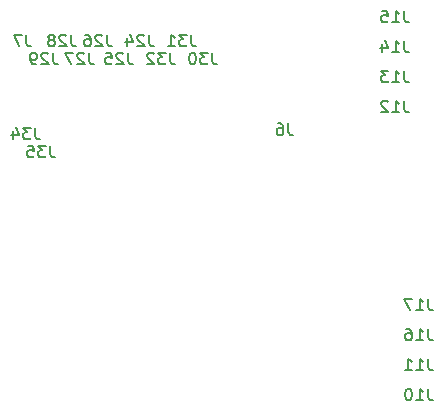
<source format=gbo>
G04 #@! TF.FileFunction,Legend,Bot*
%FSLAX46Y46*%
G04 Gerber Fmt 4.6, Leading zero omitted, Abs format (unit mm)*
G04 Created by KiCad (PCBNEW 4.0.2+dfsg1-stable) date lø. 14. okt. 2017 kl. 00.38 +0200*
%MOMM*%
G01*
G04 APERTURE LIST*
%ADD10C,0.100000*%
%ADD11C,0.150000*%
G04 APERTURE END LIST*
D10*
D11*
X100233333Y-119752381D02*
X100233333Y-120466667D01*
X100280953Y-120609524D01*
X100376191Y-120704762D01*
X100519048Y-120752381D01*
X100614286Y-120752381D01*
X99328571Y-119752381D02*
X99519048Y-119752381D01*
X99614286Y-119800000D01*
X99661905Y-119847619D01*
X99757143Y-119990476D01*
X99804762Y-120180952D01*
X99804762Y-120561905D01*
X99757143Y-120657143D01*
X99709524Y-120704762D01*
X99614286Y-120752381D01*
X99423809Y-120752381D01*
X99328571Y-120704762D01*
X99280952Y-120657143D01*
X99233333Y-120561905D01*
X99233333Y-120323810D01*
X99280952Y-120228571D01*
X99328571Y-120180952D01*
X99423809Y-120133333D01*
X99614286Y-120133333D01*
X99709524Y-120180952D01*
X99757143Y-120228571D01*
X99804762Y-120323810D01*
X112061523Y-142200381D02*
X112061523Y-142914667D01*
X112109143Y-143057524D01*
X112204381Y-143152762D01*
X112347238Y-143200381D01*
X112442476Y-143200381D01*
X111061523Y-143200381D02*
X111632952Y-143200381D01*
X111347238Y-143200381D02*
X111347238Y-142200381D01*
X111442476Y-142343238D01*
X111537714Y-142438476D01*
X111632952Y-142486095D01*
X110442476Y-142200381D02*
X110347237Y-142200381D01*
X110251999Y-142248000D01*
X110204380Y-142295619D01*
X110156761Y-142390857D01*
X110109142Y-142581333D01*
X110109142Y-142819429D01*
X110156761Y-143009905D01*
X110204380Y-143105143D01*
X110251999Y-143152762D01*
X110347237Y-143200381D01*
X110442476Y-143200381D01*
X110537714Y-143152762D01*
X110585333Y-143105143D01*
X110632952Y-143009905D01*
X110680571Y-142819429D01*
X110680571Y-142581333D01*
X110632952Y-142390857D01*
X110585333Y-142295619D01*
X110537714Y-142248000D01*
X110442476Y-142200381D01*
X112061523Y-139660381D02*
X112061523Y-140374667D01*
X112109143Y-140517524D01*
X112204381Y-140612762D01*
X112347238Y-140660381D01*
X112442476Y-140660381D01*
X111061523Y-140660381D02*
X111632952Y-140660381D01*
X111347238Y-140660381D02*
X111347238Y-139660381D01*
X111442476Y-139803238D01*
X111537714Y-139898476D01*
X111632952Y-139946095D01*
X110109142Y-140660381D02*
X110680571Y-140660381D01*
X110394857Y-140660381D02*
X110394857Y-139660381D01*
X110490095Y-139803238D01*
X110585333Y-139898476D01*
X110680571Y-139946095D01*
X110029523Y-117816381D02*
X110029523Y-118530667D01*
X110077143Y-118673524D01*
X110172381Y-118768762D01*
X110315238Y-118816381D01*
X110410476Y-118816381D01*
X109029523Y-118816381D02*
X109600952Y-118816381D01*
X109315238Y-118816381D02*
X109315238Y-117816381D01*
X109410476Y-117959238D01*
X109505714Y-118054476D01*
X109600952Y-118102095D01*
X108648571Y-117911619D02*
X108600952Y-117864000D01*
X108505714Y-117816381D01*
X108267618Y-117816381D01*
X108172380Y-117864000D01*
X108124761Y-117911619D01*
X108077142Y-118006857D01*
X108077142Y-118102095D01*
X108124761Y-118244952D01*
X108696190Y-118816381D01*
X108077142Y-118816381D01*
X110029523Y-115276381D02*
X110029523Y-115990667D01*
X110077143Y-116133524D01*
X110172381Y-116228762D01*
X110315238Y-116276381D01*
X110410476Y-116276381D01*
X109029523Y-116276381D02*
X109600952Y-116276381D01*
X109315238Y-116276381D02*
X109315238Y-115276381D01*
X109410476Y-115419238D01*
X109505714Y-115514476D01*
X109600952Y-115562095D01*
X108696190Y-115276381D02*
X108077142Y-115276381D01*
X108410476Y-115657333D01*
X108267618Y-115657333D01*
X108172380Y-115704952D01*
X108124761Y-115752571D01*
X108077142Y-115847810D01*
X108077142Y-116085905D01*
X108124761Y-116181143D01*
X108172380Y-116228762D01*
X108267618Y-116276381D01*
X108553333Y-116276381D01*
X108648571Y-116228762D01*
X108696190Y-116181143D01*
X110029523Y-112736381D02*
X110029523Y-113450667D01*
X110077143Y-113593524D01*
X110172381Y-113688762D01*
X110315238Y-113736381D01*
X110410476Y-113736381D01*
X109029523Y-113736381D02*
X109600952Y-113736381D01*
X109315238Y-113736381D02*
X109315238Y-112736381D01*
X109410476Y-112879238D01*
X109505714Y-112974476D01*
X109600952Y-113022095D01*
X108172380Y-113069714D02*
X108172380Y-113736381D01*
X108410476Y-112688762D02*
X108648571Y-113403048D01*
X108029523Y-113403048D01*
X110029523Y-110196381D02*
X110029523Y-110910667D01*
X110077143Y-111053524D01*
X110172381Y-111148762D01*
X110315238Y-111196381D01*
X110410476Y-111196381D01*
X109029523Y-111196381D02*
X109600952Y-111196381D01*
X109315238Y-111196381D02*
X109315238Y-110196381D01*
X109410476Y-110339238D01*
X109505714Y-110434476D01*
X109600952Y-110482095D01*
X108124761Y-110196381D02*
X108600952Y-110196381D01*
X108648571Y-110672571D01*
X108600952Y-110624952D01*
X108505714Y-110577333D01*
X108267618Y-110577333D01*
X108172380Y-110624952D01*
X108124761Y-110672571D01*
X108077142Y-110767810D01*
X108077142Y-111005905D01*
X108124761Y-111101143D01*
X108172380Y-111148762D01*
X108267618Y-111196381D01*
X108505714Y-111196381D01*
X108600952Y-111148762D01*
X108648571Y-111101143D01*
X112061523Y-137120381D02*
X112061523Y-137834667D01*
X112109143Y-137977524D01*
X112204381Y-138072762D01*
X112347238Y-138120381D01*
X112442476Y-138120381D01*
X111061523Y-138120381D02*
X111632952Y-138120381D01*
X111347238Y-138120381D02*
X111347238Y-137120381D01*
X111442476Y-137263238D01*
X111537714Y-137358476D01*
X111632952Y-137406095D01*
X110204380Y-137120381D02*
X110394857Y-137120381D01*
X110490095Y-137168000D01*
X110537714Y-137215619D01*
X110632952Y-137358476D01*
X110680571Y-137548952D01*
X110680571Y-137929905D01*
X110632952Y-138025143D01*
X110585333Y-138072762D01*
X110490095Y-138120381D01*
X110299618Y-138120381D01*
X110204380Y-138072762D01*
X110156761Y-138025143D01*
X110109142Y-137929905D01*
X110109142Y-137691810D01*
X110156761Y-137596571D01*
X110204380Y-137548952D01*
X110299618Y-137501333D01*
X110490095Y-137501333D01*
X110585333Y-137548952D01*
X110632952Y-137596571D01*
X110680571Y-137691810D01*
X112061523Y-134580381D02*
X112061523Y-135294667D01*
X112109143Y-135437524D01*
X112204381Y-135532762D01*
X112347238Y-135580381D01*
X112442476Y-135580381D01*
X111061523Y-135580381D02*
X111632952Y-135580381D01*
X111347238Y-135580381D02*
X111347238Y-134580381D01*
X111442476Y-134723238D01*
X111537714Y-134818476D01*
X111632952Y-134866095D01*
X110728190Y-134580381D02*
X110061523Y-134580381D01*
X110490095Y-135580381D01*
X88439523Y-112228381D02*
X88439523Y-112942667D01*
X88487143Y-113085524D01*
X88582381Y-113180762D01*
X88725238Y-113228381D01*
X88820476Y-113228381D01*
X88010952Y-112323619D02*
X87963333Y-112276000D01*
X87868095Y-112228381D01*
X87629999Y-112228381D01*
X87534761Y-112276000D01*
X87487142Y-112323619D01*
X87439523Y-112418857D01*
X87439523Y-112514095D01*
X87487142Y-112656952D01*
X88058571Y-113228381D01*
X87439523Y-113228381D01*
X86582380Y-112561714D02*
X86582380Y-113228381D01*
X86820476Y-112180762D02*
X87058571Y-112895048D01*
X86439523Y-112895048D01*
X86661523Y-113752381D02*
X86661523Y-114466667D01*
X86709143Y-114609524D01*
X86804381Y-114704762D01*
X86947238Y-114752381D01*
X87042476Y-114752381D01*
X86232952Y-113847619D02*
X86185333Y-113800000D01*
X86090095Y-113752381D01*
X85851999Y-113752381D01*
X85756761Y-113800000D01*
X85709142Y-113847619D01*
X85661523Y-113942857D01*
X85661523Y-114038095D01*
X85709142Y-114180952D01*
X86280571Y-114752381D01*
X85661523Y-114752381D01*
X84756761Y-113752381D02*
X85232952Y-113752381D01*
X85280571Y-114228571D01*
X85232952Y-114180952D01*
X85137714Y-114133333D01*
X84899618Y-114133333D01*
X84804380Y-114180952D01*
X84756761Y-114228571D01*
X84709142Y-114323810D01*
X84709142Y-114561905D01*
X84756761Y-114657143D01*
X84804380Y-114704762D01*
X84899618Y-114752381D01*
X85137714Y-114752381D01*
X85232952Y-114704762D01*
X85280571Y-114657143D01*
X84883523Y-112228381D02*
X84883523Y-112942667D01*
X84931143Y-113085524D01*
X85026381Y-113180762D01*
X85169238Y-113228381D01*
X85264476Y-113228381D01*
X84454952Y-112323619D02*
X84407333Y-112276000D01*
X84312095Y-112228381D01*
X84073999Y-112228381D01*
X83978761Y-112276000D01*
X83931142Y-112323619D01*
X83883523Y-112418857D01*
X83883523Y-112514095D01*
X83931142Y-112656952D01*
X84502571Y-113228381D01*
X83883523Y-113228381D01*
X83026380Y-112228381D02*
X83216857Y-112228381D01*
X83312095Y-112276000D01*
X83359714Y-112323619D01*
X83454952Y-112466476D01*
X83502571Y-112656952D01*
X83502571Y-113037905D01*
X83454952Y-113133143D01*
X83407333Y-113180762D01*
X83312095Y-113228381D01*
X83121618Y-113228381D01*
X83026380Y-113180762D01*
X82978761Y-113133143D01*
X82931142Y-113037905D01*
X82931142Y-112799810D01*
X82978761Y-112704571D01*
X83026380Y-112656952D01*
X83121618Y-112609333D01*
X83312095Y-112609333D01*
X83407333Y-112656952D01*
X83454952Y-112704571D01*
X83502571Y-112799810D01*
X83359523Y-113752381D02*
X83359523Y-114466667D01*
X83407143Y-114609524D01*
X83502381Y-114704762D01*
X83645238Y-114752381D01*
X83740476Y-114752381D01*
X82930952Y-113847619D02*
X82883333Y-113800000D01*
X82788095Y-113752381D01*
X82549999Y-113752381D01*
X82454761Y-113800000D01*
X82407142Y-113847619D01*
X82359523Y-113942857D01*
X82359523Y-114038095D01*
X82407142Y-114180952D01*
X82978571Y-114752381D01*
X82359523Y-114752381D01*
X82026190Y-113752381D02*
X81359523Y-113752381D01*
X81788095Y-114752381D01*
X81835523Y-112228381D02*
X81835523Y-112942667D01*
X81883143Y-113085524D01*
X81978381Y-113180762D01*
X82121238Y-113228381D01*
X82216476Y-113228381D01*
X81406952Y-112323619D02*
X81359333Y-112276000D01*
X81264095Y-112228381D01*
X81025999Y-112228381D01*
X80930761Y-112276000D01*
X80883142Y-112323619D01*
X80835523Y-112418857D01*
X80835523Y-112514095D01*
X80883142Y-112656952D01*
X81454571Y-113228381D01*
X80835523Y-113228381D01*
X80264095Y-112656952D02*
X80359333Y-112609333D01*
X80406952Y-112561714D01*
X80454571Y-112466476D01*
X80454571Y-112418857D01*
X80406952Y-112323619D01*
X80359333Y-112276000D01*
X80264095Y-112228381D01*
X80073618Y-112228381D01*
X79978380Y-112276000D01*
X79930761Y-112323619D01*
X79883142Y-112418857D01*
X79883142Y-112466476D01*
X79930761Y-112561714D01*
X79978380Y-112609333D01*
X80073618Y-112656952D01*
X80264095Y-112656952D01*
X80359333Y-112704571D01*
X80406952Y-112752190D01*
X80454571Y-112847429D01*
X80454571Y-113037905D01*
X80406952Y-113133143D01*
X80359333Y-113180762D01*
X80264095Y-113228381D01*
X80073618Y-113228381D01*
X79978380Y-113180762D01*
X79930761Y-113133143D01*
X79883142Y-113037905D01*
X79883142Y-112847429D01*
X79930761Y-112752190D01*
X79978380Y-112704571D01*
X80073618Y-112656952D01*
X80311523Y-113752381D02*
X80311523Y-114466667D01*
X80359143Y-114609524D01*
X80454381Y-114704762D01*
X80597238Y-114752381D01*
X80692476Y-114752381D01*
X79882952Y-113847619D02*
X79835333Y-113800000D01*
X79740095Y-113752381D01*
X79501999Y-113752381D01*
X79406761Y-113800000D01*
X79359142Y-113847619D01*
X79311523Y-113942857D01*
X79311523Y-114038095D01*
X79359142Y-114180952D01*
X79930571Y-114752381D01*
X79311523Y-114752381D01*
X78835333Y-114752381D02*
X78644857Y-114752381D01*
X78549618Y-114704762D01*
X78501999Y-114657143D01*
X78406761Y-114514286D01*
X78359142Y-114323810D01*
X78359142Y-113942857D01*
X78406761Y-113847619D01*
X78454380Y-113800000D01*
X78549618Y-113752381D01*
X78740095Y-113752381D01*
X78835333Y-113800000D01*
X78882952Y-113847619D01*
X78930571Y-113942857D01*
X78930571Y-114180952D01*
X78882952Y-114276190D01*
X78835333Y-114323810D01*
X78740095Y-114371429D01*
X78549618Y-114371429D01*
X78454380Y-114323810D01*
X78406761Y-114276190D01*
X78359142Y-114180952D01*
X93773523Y-113752381D02*
X93773523Y-114466667D01*
X93821143Y-114609524D01*
X93916381Y-114704762D01*
X94059238Y-114752381D01*
X94154476Y-114752381D01*
X93392571Y-113752381D02*
X92773523Y-113752381D01*
X93106857Y-114133333D01*
X92963999Y-114133333D01*
X92868761Y-114180952D01*
X92821142Y-114228571D01*
X92773523Y-114323810D01*
X92773523Y-114561905D01*
X92821142Y-114657143D01*
X92868761Y-114704762D01*
X92963999Y-114752381D01*
X93249714Y-114752381D01*
X93344952Y-114704762D01*
X93392571Y-114657143D01*
X92154476Y-113752381D02*
X92059237Y-113752381D01*
X91963999Y-113800000D01*
X91916380Y-113847619D01*
X91868761Y-113942857D01*
X91821142Y-114133333D01*
X91821142Y-114371429D01*
X91868761Y-114561905D01*
X91916380Y-114657143D01*
X91963999Y-114704762D01*
X92059237Y-114752381D01*
X92154476Y-114752381D01*
X92249714Y-114704762D01*
X92297333Y-114657143D01*
X92344952Y-114561905D01*
X92392571Y-114371429D01*
X92392571Y-114133333D01*
X92344952Y-113942857D01*
X92297333Y-113847619D01*
X92249714Y-113800000D01*
X92154476Y-113752381D01*
X91995523Y-112228381D02*
X91995523Y-112942667D01*
X92043143Y-113085524D01*
X92138381Y-113180762D01*
X92281238Y-113228381D01*
X92376476Y-113228381D01*
X91614571Y-112228381D02*
X90995523Y-112228381D01*
X91328857Y-112609333D01*
X91185999Y-112609333D01*
X91090761Y-112656952D01*
X91043142Y-112704571D01*
X90995523Y-112799810D01*
X90995523Y-113037905D01*
X91043142Y-113133143D01*
X91090761Y-113180762D01*
X91185999Y-113228381D01*
X91471714Y-113228381D01*
X91566952Y-113180762D01*
X91614571Y-113133143D01*
X90043142Y-113228381D02*
X90614571Y-113228381D01*
X90328857Y-113228381D02*
X90328857Y-112228381D01*
X90424095Y-112371238D01*
X90519333Y-112466476D01*
X90614571Y-112514095D01*
X90217523Y-113752381D02*
X90217523Y-114466667D01*
X90265143Y-114609524D01*
X90360381Y-114704762D01*
X90503238Y-114752381D01*
X90598476Y-114752381D01*
X89836571Y-113752381D02*
X89217523Y-113752381D01*
X89550857Y-114133333D01*
X89407999Y-114133333D01*
X89312761Y-114180952D01*
X89265142Y-114228571D01*
X89217523Y-114323810D01*
X89217523Y-114561905D01*
X89265142Y-114657143D01*
X89312761Y-114704762D01*
X89407999Y-114752381D01*
X89693714Y-114752381D01*
X89788952Y-114704762D01*
X89836571Y-114657143D01*
X88836571Y-113847619D02*
X88788952Y-113800000D01*
X88693714Y-113752381D01*
X88455618Y-113752381D01*
X88360380Y-113800000D01*
X88312761Y-113847619D01*
X88265142Y-113942857D01*
X88265142Y-114038095D01*
X88312761Y-114180952D01*
X88884190Y-114752381D01*
X88265142Y-114752381D01*
X78787523Y-120102381D02*
X78787523Y-120816667D01*
X78835143Y-120959524D01*
X78930381Y-121054762D01*
X79073238Y-121102381D01*
X79168476Y-121102381D01*
X78406571Y-120102381D02*
X77787523Y-120102381D01*
X78120857Y-120483333D01*
X77977999Y-120483333D01*
X77882761Y-120530952D01*
X77835142Y-120578571D01*
X77787523Y-120673810D01*
X77787523Y-120911905D01*
X77835142Y-121007143D01*
X77882761Y-121054762D01*
X77977999Y-121102381D01*
X78263714Y-121102381D01*
X78358952Y-121054762D01*
X78406571Y-121007143D01*
X76930380Y-120435714D02*
X76930380Y-121102381D01*
X77168476Y-120054762D02*
X77406571Y-120769048D01*
X76787523Y-120769048D01*
X80057523Y-121626381D02*
X80057523Y-122340667D01*
X80105143Y-122483524D01*
X80200381Y-122578762D01*
X80343238Y-122626381D01*
X80438476Y-122626381D01*
X79676571Y-121626381D02*
X79057523Y-121626381D01*
X79390857Y-122007333D01*
X79247999Y-122007333D01*
X79152761Y-122054952D01*
X79105142Y-122102571D01*
X79057523Y-122197810D01*
X79057523Y-122435905D01*
X79105142Y-122531143D01*
X79152761Y-122578762D01*
X79247999Y-122626381D01*
X79533714Y-122626381D01*
X79628952Y-122578762D01*
X79676571Y-122531143D01*
X78152761Y-121626381D02*
X78628952Y-121626381D01*
X78676571Y-122102571D01*
X78628952Y-122054952D01*
X78533714Y-122007333D01*
X78295618Y-122007333D01*
X78200380Y-122054952D01*
X78152761Y-122102571D01*
X78105142Y-122197810D01*
X78105142Y-122435905D01*
X78152761Y-122531143D01*
X78200380Y-122578762D01*
X78295618Y-122626381D01*
X78533714Y-122626381D01*
X78628952Y-122578762D01*
X78676571Y-122531143D01*
X78057333Y-112228381D02*
X78057333Y-112942667D01*
X78104953Y-113085524D01*
X78200191Y-113180762D01*
X78343048Y-113228381D01*
X78438286Y-113228381D01*
X77676381Y-112228381D02*
X77009714Y-112228381D01*
X77438286Y-113228381D01*
M02*

</source>
